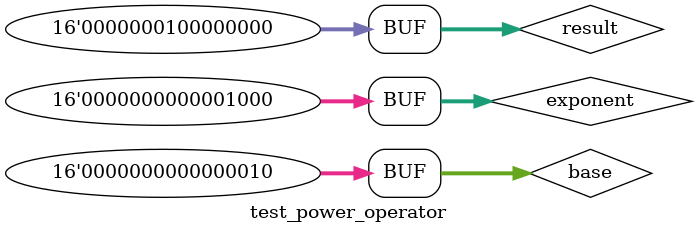
<source format=v>

module test_power_operator;
  reg [15:0] base, exponent, result;

  initial begin
    base = 2;
    exponent = 8;
    result = base ** exponent;  // 2^8 = 256
  end
endmodule

</source>
